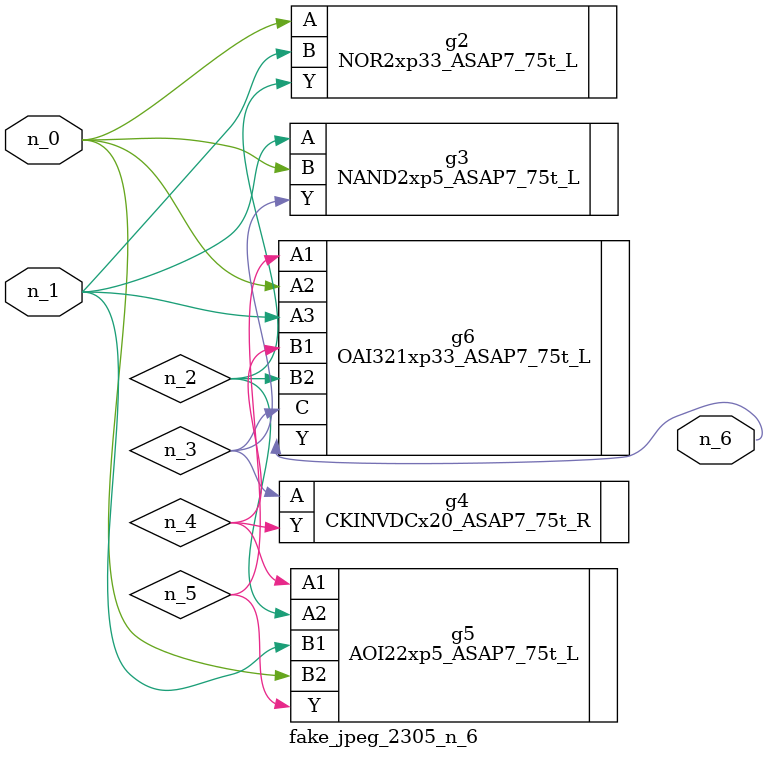
<source format=v>
module fake_jpeg_2305_n_6 (n_0, n_1, n_6);

input n_0;
input n_1;

output n_6;

wire n_2;
wire n_3;
wire n_4;
wire n_5;

NOR2xp33_ASAP7_75t_L g2 ( 
.A(n_0),
.B(n_1),
.Y(n_2)
);

NAND2xp5_ASAP7_75t_L g3 ( 
.A(n_1),
.B(n_0),
.Y(n_3)
);

CKINVDCx20_ASAP7_75t_R g4 ( 
.A(n_3),
.Y(n_4)
);

AOI22xp5_ASAP7_75t_L g5 ( 
.A1(n_4),
.A2(n_2),
.B1(n_1),
.B2(n_0),
.Y(n_5)
);

OAI321xp33_ASAP7_75t_L g6 ( 
.A1(n_5),
.A2(n_0),
.A3(n_1),
.B1(n_4),
.B2(n_2),
.C(n_3),
.Y(n_6)
);


endmodule
</source>
